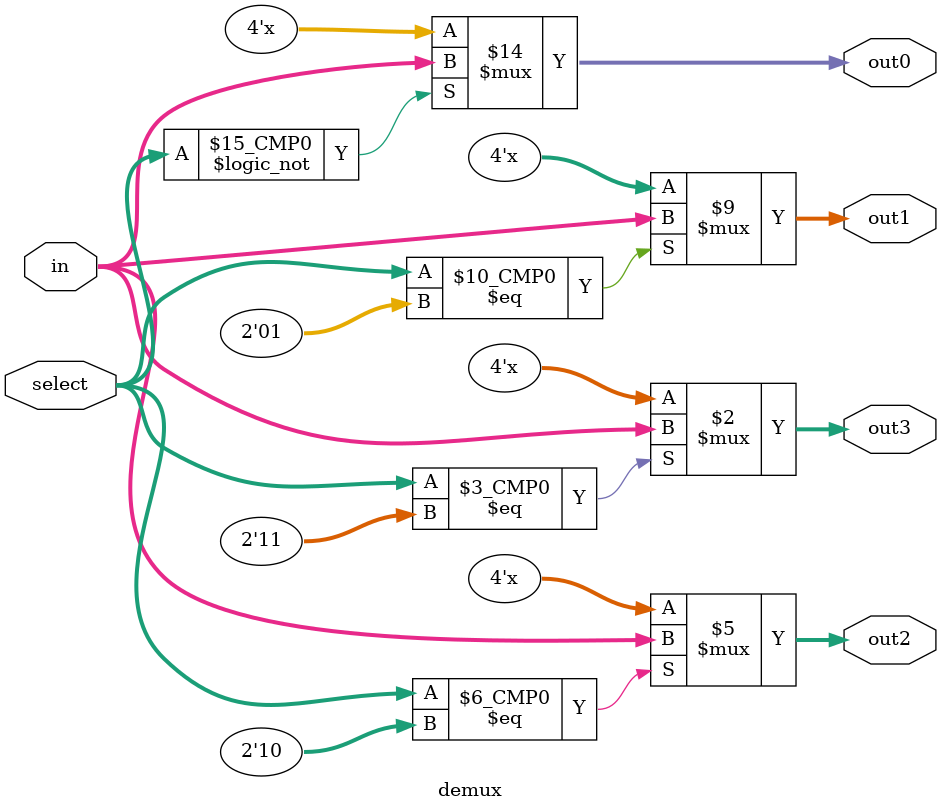
<source format=v>
module demux(
    input [3:0] in, // 4-bit input signal
    input [1:0] select, // 2-bit select signal to choose which output to drive
    output reg [3:0] out0, out1, out2, out3 // 4 4-bit output signals
);
    always @* begin
        // use of <= because it is unblocking
        // rule of thumb is to always use <= inside of alawys
        case(select)
            2'b00: out0 <= in;
            2'b01: out1 <= in;
            2'b10: out2 <= in;
            2'b11: out3 <= in;
        endcase
    end
endmodule
</source>
